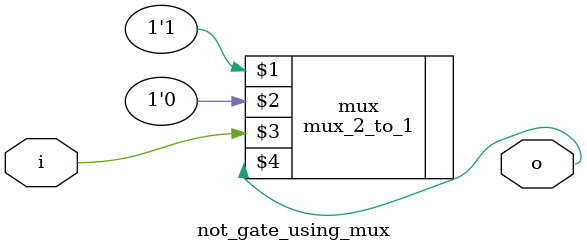
<source format=v>
module not_gate_using_mux
(
    input  i,
    output o
);

    mux_2_to_1 mux (1'b1, 1'b0, i, o);

endmodule

</source>
